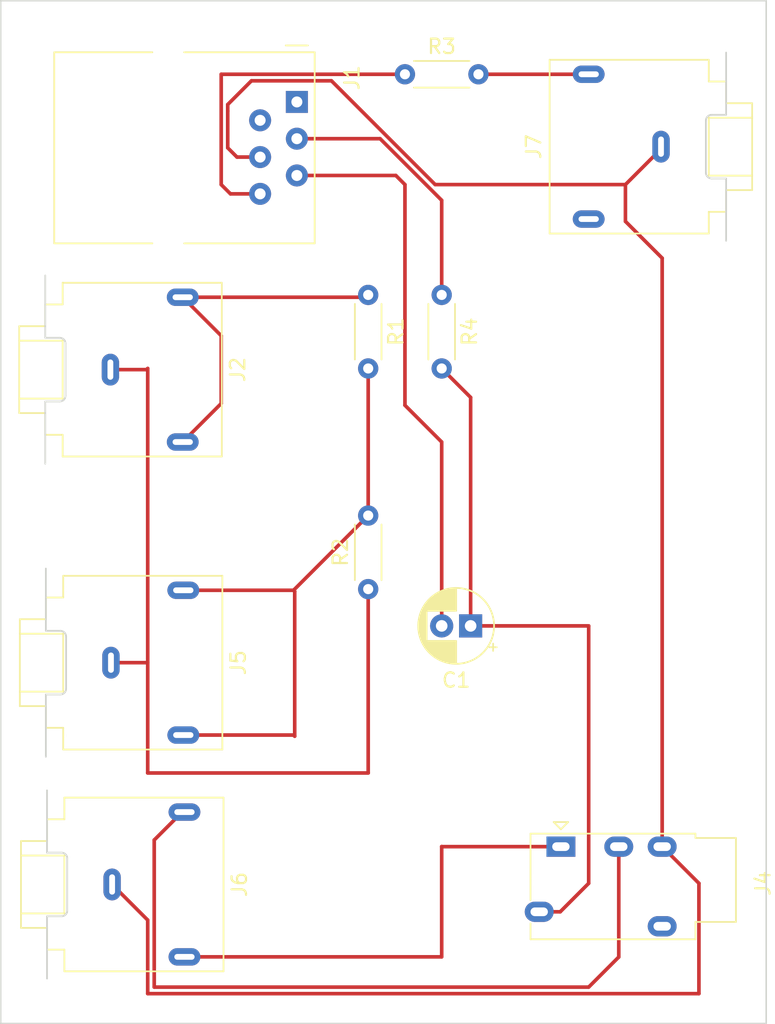
<source format=kicad_pcb>
(kicad_pcb (version 20221018) (generator pcbnew)
  (layers (0 "F.Cu" signal) (31 "B.Cu" signal) (34 "B.Paste" user) (35 "F.Paste" user) (36 "B.SilkS" user "B.Silkscreen") (37 "F.SilkS" user "F.Silkscreen") (38 "B.Mask" user) (39 "F.Mask" user) (44 "Edge.Cuts" user))
  (net 0 "")
  (net 1 "Net-(C1-Pad1)")
  (net 2 "Net-(C1-Pad2)")
  (net 5 "Net-(J1-Pad3)")
  (net 6 "Net-(J1-Pad4)")
  (net 7 "Net-(J1-Pad6)")
  (net 8 "Net-(J2-PadR)")
  (net 9 "Net-(J2-PadS)")
  (net 10 "Net-(J4-PadR1)")
  (net 11 "Net-(J4-PadT)")
  (net 12 "Net-(J5-PadR)")
  (net 14 "Net-(J7-PadT)")
  (footprint "Connector_Audio:Jack_3.5mm_PJ320E_Horizontal" (layer "F.Cu") (at 74.28 99.0675 -90)
    (fp_text reference "J4" (at 2.54 -13.97 90) (layer "F.SilkS"))
    (fp_text value "Headset")
    (fp_line (start -1.7 -0.5) (end -1.7 0.5) (stroke (width 0.12)) (layer "F.SilkS"))
    (fp_line (start -1.7 0.5) (end -1.2 0) (stroke (width 0.12)) (layer "F.SilkS"))
    (fp_line (start -1.2 0) (end -1.7 -0.5) (stroke (width 0.12)) (layer "F.SilkS"))
    (fp_line (start -0.9 -9.3) (end -0.9 2.1) (stroke (width 0.12)) (layer "F.SilkS"))
    (fp_line (start -0.9 -9.3) (end -0.6 -9.3) (stroke (width 0.12)) (layer "F.SilkS"))
    (fp_line (start -0.9 2.1) (end 3.7 2.1) (stroke (width 0.12)) (layer "F.SilkS"))
    (fp_line (start -0.6 -9.3) (end -0.6 -12.1) (stroke (width 0.12)) (layer "F.SilkS"))
    (fp_line (start 5.2 -12.1) (end -0.6 -12.1) (stroke (width 0.12)) (layer "F.SilkS"))
    (fp_line (start 5.2 -9.3) (end 5.2 -12.1) (stroke (width 0.12)) (layer "F.SilkS"))
    (fp_line (start 5.2 -9.3) (end 6.4 -9.3) (stroke (width 0.12)) (layer "F.SilkS"))
    (fp_line (start 6.4 -9.3) (end 6.4 2.1) (stroke (width 0.12)) (layer "F.SilkS"))
    (fp_line (start 6.4 2.1) (end 5.3 2.1) (stroke (width 0.12)) (layer "F.SilkS"))
    (pad "" np_thru_hole circle (at 2.3 -5.7 180) (size 1.2 1.2) (drill 1.2) (layers "*.Cu" "*.Mask"))
    (pad "" np_thru_hole circle (at 2.3 1.3 180) (size 1.2 1.2) (drill 1.2) (layers "*.Cu" "*.Mask"))
    (pad "" thru_hole oval (at 5.5 -7 180) (size 2 1.4) (drill oval 1.2 0.6) (layers "*.Cu" "*.Mask"))
    (pad "R1" thru_hole oval (at 0 -4 180) (size 2 1.4) (drill oval 1.2 0.6) (layers "*.Cu" "*.Mask") (net 10 "Net-(J4-PadR1)"))
    (pad "R2" thru_hole oval (at 0 -7 180) (size 2 1.4) (drill oval 1.2 0.6) (layers "*.Cu" "*.Mask") (net 6 "Net-(J1-Pad4)"))
    (pad "S" thru_hole oval (at 4.5 1.5 180) (size 2 1.4) (drill oval 1.2 0.6) (layers "*.Cu" "*.Mask") (net 1 "Net-(C1-Pad1)"))
    (pad "T" thru_hole rect (at 0 0 180) (size 2 1.4) (drill oval 1.2 0.6) (layers "*.Cu" "*.Mask") (net 11 "Net-(J4-PadT)"))
  )
  (footprint "Connector_Audio:Jack_3.5mm_CUI_SJ1-3523N_Horizontal" (layer "F.Cu") (at 43.18 86.36 -90)
    (fp_text reference "J5" (at 0 -8.8 90) (layer "F.SilkS"))
    (fp_text value "To Headphone Amp")
    (fp_line (start -6 -7.7) (end 6 -7.7) (stroke (width 0.12)) (layer "F.SilkS"))
    (fp_line (start -6 3.3) (end -6 -7.7) (stroke (width 0.12)) (layer "F.SilkS"))
    (fp_line (start -4.5 3.3) (end -6 3.3) (stroke (width 0.12)) (layer "F.SilkS"))
    (fp_line (start -4.5 4.5) (end -4.5 3.3) (stroke (width 0.12)) (layer "F.SilkS"))
    (fp_line (start -3 4.5) (end -4.5 4.5) (stroke (width 0.12)) (layer "F.SilkS"))
    (fp_line (start -3 6.3) (end -3 4.5) (stroke (width 0.12)) (layer "F.SilkS"))
    (fp_line (start -2 3.3) (end -2 6.3) (stroke (width 0.12)) (layer "F.SilkS"))
    (fp_line (start 2 3.3) (end -2 3.3) (stroke (width 0.12)) (layer "F.SilkS"))
    (fp_line (start 2 6.3) (end 2 3.3) (stroke (width 0.12)) (layer "F.SilkS"))
    (fp_line (start 3 4.5) (end 3 6.3) (stroke (width 0.12)) (layer "F.SilkS"))
    (fp_line (start 3 6.3) (end -3 6.3) (stroke (width 0.12)) (layer "F.SilkS"))
    (fp_line (start 4.5 3.3) (end 4.5 4.5) (stroke (width 0.12)) (layer "F.SilkS"))
    (fp_line (start 4.5 4.5) (end 3 4.5) (stroke (width 0.12)) (layer "F.SilkS"))
    (fp_line (start 6 -7.7) (end 6 3.3) (stroke (width 0.12)) (layer "F.SilkS"))
    (fp_line (start 6 3.3) (end 4.5 3.3) (stroke (width 0.12)) (layer "F.SilkS"))
    (fp_line (start -2.2 3.5) (end -2.2 4.5) (stroke (width 0.12)) (layer "Edge.Cuts"))
    (fp_line (start -2.2 4.5) (end -6.5 4.5) (stroke (width 0.12)) (layer "Edge.Cuts"))
    (fp_line (start 1.8 3.1) (end -1.8 3.1) (stroke (width 0.12)) (layer "Edge.Cuts"))
    (fp_line (start 2.2 3.5) (end 2.2 4.5) (stroke (width 0.12)) (layer "Edge.Cuts"))
    (fp_line (start 2.2 4.5) (end 6.5 4.5) (stroke (width 0.12)) (layer "Edge.Cuts"))
    (fp_arc (start -2.2 3.5) (mid -2.082842 3.217158) (end -1.8 3.1) (stroke (width 0.12)) (layer "Edge.Cuts"))
    (fp_arc (start 1.8 3.1) (mid 2.082843 3.217157) (end 2.2 3.5) (stroke (width 0.12)) (layer "Edge.Cuts"))
    (pad "" np_thru_hole circle (at -5 0 270) (size 1.2 1.2) (drill 1.2) (layers "*.Cu"))
    (pad "" np_thru_hole circle (at -5 2.5 270) (size 1.2 1.2) (drill 1.2) (layers "*.Cu"))
    (pad "" np_thru_hole circle (at 0 -5 270) (size 1.2 1.2) (drill 1.2) (layers "*.Cu"))
    (pad "" np_thru_hole circle (at 5 0 270) (size 1.2 1.2) (drill 1.2) (layers "*.Cu"))
    (pad "" np_thru_hole circle (at 5 2.5 270) (size 1.2 1.2) (drill 1.2) (layers "*.Cu"))
    (pad "R" thru_hole oval (at -5 -5 270) (size 1.2 2.2) (drill oval 0.4 1.4) (layers "*.Cu" "*.Mask") (net 12 "Net-(J5-PadR)"))
    (pad "S" thru_hole oval (at 0 0 270) (size 2.2 1.2) (drill oval 1.4 0.4) (layers "*.Cu" "*.Mask") (net 9 "Net-(J2-PadS)"))
    (pad "T" thru_hole oval (at 5 -5 90) (size 1.2 2.2) (drill oval 0.4 1.4) (layers "*.Cu" "*.Mask") (net 12 "Net-(J5-PadR)"))
  )
  (footprint "Capacitor_THT:CP_Radial_D5.0mm_P2.00mm" (layer "F.Cu") (at 68.04 83.82 180)
    (fp_text reference "C1" (at 1 -3.75) (layer "F.SilkS"))
    (fp_text value "10uf")
    (fp_line (start -1.804775 -1.475) (end -1.304775 -1.475) (stroke (width 0.12)) (layer "F.SilkS"))
    (fp_line (start -1.554775 -1.725) (end -1.554775 -1.225) (stroke (width 0.12)) (layer "F.SilkS"))
    (fp_line (start 1 -2.58) (end 1 -1.04) (stroke (width 0.12)) (layer "F.SilkS"))
    (fp_line (start 1 1.04) (end 1 2.58) (stroke (width 0.12)) (layer "F.SilkS"))
    (fp_line (start 1.04 -2.58) (end 1.04 -1.04) (stroke (width 0.12)) (layer "F.SilkS"))
    (fp_line (start 1.04 1.04) (end 1.04 2.58) (stroke (width 0.12)) (layer "F.SilkS"))
    (fp_line (start 1.08 -2.579) (end 1.08 -1.04) (stroke (width 0.12)) (layer "F.SilkS"))
    (fp_line (start 1.08 1.04) (end 1.08 2.579) (stroke (width 0.12)) (layer "F.SilkS"))
    (fp_line (start 1.12 -2.578) (end 1.12 -1.04) (stroke (width 0.12)) (layer "F.SilkS"))
    (fp_line (start 1.12 1.04) (end 1.12 2.578) (stroke (width 0.12)) (layer "F.SilkS"))
    (fp_line (start 1.16 -2.576) (end 1.16 -1.04) (stroke (width 0.12)) (layer "F.SilkS"))
    (fp_line (start 1.16 1.04) (end 1.16 2.576) (stroke (width 0.12)) (layer "F.SilkS"))
    (fp_line (start 1.2 -2.573) (end 1.2 -1.04) (stroke (width 0.12)) (layer "F.SilkS"))
    (fp_line (start 1.2 1.04) (end 1.2 2.573) (stroke (width 0.12)) (layer "F.SilkS"))
    (fp_line (start 1.24 -2.569) (end 1.24 -1.04) (stroke (width 0.12)) (layer "F.SilkS"))
    (fp_line (start 1.24 1.04) (end 1.24 2.569) (stroke (width 0.12)) (layer "F.SilkS"))
    (fp_line (start 1.28 -2.565) (end 1.28 -1.04) (stroke (width 0.12)) (layer "F.SilkS"))
    (fp_line (start 1.28 1.04) (end 1.28 2.565) (stroke (width 0.12)) (layer "F.SilkS"))
    (fp_line (start 1.32 -2.561) (end 1.32 -1.04) (stroke (width 0.12)) (layer "F.SilkS"))
    (fp_line (start 1.32 1.04) (end 1.32 2.561) (stroke (width 0.12)) (layer "F.SilkS"))
    (fp_line (start 1.36 -2.556) (end 1.36 -1.04) (stroke (width 0.12)) (layer "F.SilkS"))
    (fp_line (start 1.36 1.04) (end 1.36 2.556) (stroke (width 0.12)) (layer "F.SilkS"))
    (fp_line (start 1.4 -2.55) (end 1.4 -1.04) (stroke (width 0.12)) (layer "F.SilkS"))
    (fp_line (start 1.4 1.04) (end 1.4 2.55) (stroke (width 0.12)) (layer "F.SilkS"))
    (fp_line (start 1.44 -2.543) (end 1.44 -1.04) (stroke (width 0.12)) (layer "F.SilkS"))
    (fp_line (start 1.44 1.04) (end 1.44 2.543) (stroke (width 0.12)) (layer "F.SilkS"))
    (fp_line (start 1.48 -2.536) (end 1.48 -1.04) (stroke (width 0.12)) (layer "F.SilkS"))
    (fp_line (start 1.48 1.04) (end 1.48 2.536) (stroke (width 0.12)) (layer "F.SilkS"))
    (fp_line (start 1.52 -2.528) (end 1.52 -1.04) (stroke (width 0.12)) (layer "F.SilkS"))
    (fp_line (start 1.52 1.04) (end 1.52 2.528) (stroke (width 0.12)) (layer "F.SilkS"))
    (fp_line (start 1.56 -2.52) (end 1.56 -1.04) (stroke (width 0.12)) (layer "F.SilkS"))
    (fp_line (start 1.56 1.04) (end 1.56 2.52) (stroke (width 0.12)) (layer "F.SilkS"))
    (fp_line (start 1.6 -2.511) (end 1.6 -1.04) (stroke (width 0.12)) (layer "F.SilkS"))
    (fp_line (start 1.6 1.04) (end 1.6 2.511) (stroke (width 0.12)) (layer "F.SilkS"))
    (fp_line (start 1.64 -2.501) (end 1.64 -1.04) (stroke (width 0.12)) (layer "F.SilkS"))
    (fp_line (start 1.64 1.04) (end 1.64 2.501) (stroke (width 0.12)) (layer "F.SilkS"))
    (fp_line (start 1.68 -2.491) (end 1.68 -1.04) (stroke (width 0.12)) (layer "F.SilkS"))
    (fp_line (start 1.68 1.04) (end 1.68 2.491) (stroke (width 0.12)) (layer "F.SilkS"))
    (fp_line (start 1.721 -2.48) (end 1.721 -1.04) (stroke (width 0.12)) (layer "F.SilkS"))
    (fp_line (start 1.721 1.04) (end 1.721 2.48) (stroke (width 0.12)) (layer "F.SilkS"))
    (fp_line (start 1.761 -2.468) (end 1.761 -1.04) (stroke (width 0.12)) (layer "F.SilkS"))
    (fp_line (start 1.761 1.04) (end 1.761 2.468) (stroke (width 0.12)) (layer "F.SilkS"))
    (fp_line (start 1.801 -2.455) (end 1.801 -1.04) (stroke (width 0.12)) (layer "F.SilkS"))
    (fp_line (start 1.801 1.04) (end 1.801 2.455) (stroke (width 0.12)) (layer "F.SilkS"))
    (fp_line (start 1.841 -2.442) (end 1.841 -1.04) (stroke (width 0.12)) (layer "F.SilkS"))
    (fp_line (start 1.841 1.04) (end 1.841 2.442) (stroke (width 0.12)) (layer "F.SilkS"))
    (fp_line (start 1.881 -2.428) (end 1.881 -1.04) (stroke (width 0.12)) (layer "F.SilkS"))
    (fp_line (start 1.881 1.04) (end 1.881 2.428) (stroke (width 0.12)) (layer "F.SilkS"))
    (fp_line (start 1.921 -2.414) (end 1.921 -1.04) (stroke (width 0.12)) (layer "F.SilkS"))
    (fp_line (start 1.921 1.04) (end 1.921 2.414) (stroke (width 0.12)) (layer "F.SilkS"))
    (fp_line (start 1.961 -2.398) (end 1.961 -1.04) (stroke (width 0.12)) (layer "F.SilkS"))
    (fp_line (start 1.961 1.04) (end 1.961 2.398) (stroke (width 0.12)) (layer "F.SilkS"))
    (fp_line (start 2.001 -2.382) (end 2.001 -1.04) (stroke (width 0.12)) (layer "F.SilkS"))
    (fp_line (start 2.001 1.04) (end 2.001 2.382) (stroke (width 0.12)) (layer "F.SilkS"))
    (fp_line (start 2.041 -2.365) (end 2.041 -1.04) (stroke (width 0.12)) (layer "F.SilkS"))
    (fp_line (start 2.041 1.04) (end 2.041 2.365) (stroke (width 0.12)) (layer "F.SilkS"))
    (fp_line (start 2.081 -2.348) (end 2.081 -1.04) (stroke (width 0.12)) (layer "F.SilkS"))
    (fp_line (start 2.081 1.04) (end 2.081 2.348) (stroke (width 0.12)) (layer "F.SilkS"))
    (fp_line (start 2.121 -2.329) (end 2.121 -1.04) (stroke (width 0.12)) (layer "F.SilkS"))
    (fp_line (start 2.121 1.04) (end 2.121 2.329) (stroke (width 0.12)) (layer "F.SilkS"))
    (fp_line (start 2.161 -2.31) (end 2.161 -1.04) (stroke (width 0.12)) (layer "F.SilkS"))
    (fp_line (start 2.161 1.04) (end 2.161 2.31) (stroke (width 0.12)) (layer "F.SilkS"))
    (fp_line (start 2.201 -2.29) (end 2.201 -1.04) (stroke (width 0.12)) (layer "F.SilkS"))
    (fp_line (start 2.201 1.04) (end 2.201 2.29) (stroke (width 0.12)) (layer "F.SilkS"))
    (fp_line (start 2.241 -2.268) (end 2.241 -1.04) (stroke (width 0.12)) (layer "F.SilkS"))
    (fp_line (start 2.241 1.04) (end 2.241 2.268) (stroke (width 0.12)) (layer "F.SilkS"))
    (fp_line (start 2.281 -2.247) (end 2.281 -1.04) (stroke (width 0.12)) (layer "F.SilkS"))
    (fp_line (start 2.281 1.04) (end 2.281 2.247) (stroke (width 0.12)) (layer "F.SilkS"))
    (fp_line (start 2.321 -2.224) (end 2.321 -1.04) (stroke (width 0.12)) (layer "F.SilkS"))
    (fp_line (start 2.321 1.04) (end 2.321 2.224) (stroke (width 0.12)) (layer "F.SilkS"))
    (fp_line (start 2.361 -2.2) (end 2.361 -1.04) (stroke (width 0.12)) (layer "F.SilkS"))
    (fp_line (start 2.361 1.04) (end 2.361 2.2) (stroke (width 0.12)) (layer "F.SilkS"))
    (fp_line (start 2.401 -2.175) (end 2.401 -1.04) (stroke (width 0.12)) (layer "F.SilkS"))
    (fp_line (start 2.401 1.04) (end 2.401 2.175) (stroke (width 0.12)) (layer "F.SilkS"))
    (fp_line (start 2.441 -2.149) (end 2.441 -1.04) (stroke (width 0.12)) (layer "F.SilkS"))
    (fp_line (start 2.441 1.04) (end 2.441 2.149) (stroke (width 0.12)) (layer "F.SilkS"))
    (fp_line (start 2.481 -2.122) (end 2.481 -1.04) (stroke (width 0.12)) (layer "F.SilkS"))
    (fp_line (start 2.481 1.04) (end 2.481 2.122) (stroke (width 0.12)) (layer "F.SilkS"))
    (fp_line (start 2.521 -2.095) (end 2.521 -1.04) (stroke (width 0.12)) (layer "F.SilkS"))
    (fp_line (start 2.521 1.04) (end 2.521 2.095) (stroke (width 0.12)) (layer "F.SilkS"))
    (fp_line (start 2.561 -2.065) (end 2.561 -1.04) (stroke (width 0.12)) (layer "F.SilkS"))
    (fp_line (start 2.561 1.04) (end 2.561 2.065) (stroke (width 0.12)) (layer "F.SilkS"))
    (fp_line (start 2.601 -2.035) (end 2.601 -1.04) (stroke (width 0.12)) (layer "F.SilkS"))
    (fp_line (start 2.601 1.04) (end 2.601 2.035) (stroke (width 0.12)) (layer "F.SilkS"))
    (fp_line (start 2.641 -2.004) (end 2.641 -1.04) (stroke (width 0.12)) (layer "F.SilkS"))
    (fp_line (start 2.641 1.04) (end 2.641 2.004) (stroke (width 0.12)) (layer "F.SilkS"))
    (fp_line (start 2.681 -1.971) (end 2.681 -1.04) (stroke (width 0.12)) (layer "F.SilkS"))
    (fp_line (start 2.681 1.04) (end 2.681 1.971) (stroke (width 0.12)) (layer "F.SilkS"))
    (fp_line (start 2.721 -1.937) (end 2.721 -1.04) (stroke (width 0.12)) (layer "F.SilkS"))
    (fp_line (start 2.721 1.04) (end 2.721 1.937) (stroke (width 0.12)) (layer "F.SilkS"))
    (fp_line (start 2.761 -1.901) (end 2.761 -1.04) (stroke (width 0.12)) (layer "F.SilkS"))
    (fp_line (start 2.761 1.04) (end 2.761 1.901) (stroke (width 0.12)) (layer "F.SilkS"))
    (fp_line (start 2.801 -1.864) (end 2.801 -1.04) (stroke (width 0.12)) (layer "F.SilkS"))
    (fp_line (start 2.801 1.04) (end 2.801 1.864) (stroke (width 0.12)) (layer "F.SilkS"))
    (fp_line (start 2.841 -1.826) (end 2.841 -1.04) (stroke (width 0.12)) (layer "F.SilkS"))
    (fp_line (start 2.841 1.04) (end 2.841 1.826) (stroke (width 0.12)) (layer "F.SilkS"))
    (fp_line (start 2.881 -1.785) (end 2.881 -1.04) (stroke (width 0.12)) (layer "F.SilkS"))
    (fp_line (start 2.881 1.04) (end 2.881 1.785) (stroke (width 0.12)) (layer "F.SilkS"))
    (fp_line (start 2.921 -1.743) (end 2.921 -1.04) (stroke (width 0.12)) (layer "F.SilkS"))
    (fp_line (start 2.921 1.04) (end 2.921 1.743) (stroke (width 0.12)) (layer "F.SilkS"))
    (fp_line (start 2.961 -1.699) (end 2.961 -1.04) (stroke (width 0.12)) (layer "F.SilkS"))
    (fp_line (start 2.961 1.04) (end 2.961 1.699) (stroke (width 0.12)) (layer "F.SilkS"))
    (fp_line (start 3.001 -1.653) (end 3.001 -1.04) (stroke (width 0.12)) (layer "F.SilkS"))
    (fp_line (start 3.001 1.04) (end 3.001 1.653) (stroke (width 0.12)) (layer "F.SilkS"))
    (fp_line (start 3.041 -1.605) (end 3.041 1.605) (stroke (width 0.12)) (layer "F.SilkS"))
    (fp_line (start 3.081 -1.554) (end 3.081 1.554) (stroke (width 0.12)) (layer "F.SilkS"))
    (fp_line (start 3.121 -1.5) (end 3.121 1.5) (stroke (width 0.12)) (layer "F.SilkS"))
    (fp_line (start 3.161 -1.443) (end 3.161 1.443) (stroke (width 0.12)) (layer "F.SilkS"))
    (fp_line (start 3.201 -1.383) (end 3.201 1.383) (stroke (width 0.12)) (layer "F.SilkS"))
    (fp_line (start 3.241 -1.319) (end 3.241 1.319) (stroke (width 0.12)) (layer "F.SilkS"))
    (fp_line (start 3.281 -1.251) (end 3.281 1.251) (stroke (width 0.12)) (layer "F.SilkS"))
    (fp_line (start 3.321 -1.178) (end 3.321 1.178) (stroke (width 0.12)) (layer "F.SilkS"))
    (fp_line (start 3.361 -1.098) (end 3.361 1.098) (stroke (width 0.12)) (layer "F.SilkS"))
    (fp_line (start 3.401 -1.011) (end 3.401 1.011) (stroke (width 0.12)) (layer "F.SilkS"))
    (fp_line (start 3.441 -0.915) (end 3.441 0.915) (stroke (width 0.12)) (layer "F.SilkS"))
    (fp_line (start 3.481 -0.805) (end 3.481 0.805) (stroke (width 0.12)) (layer "F.SilkS"))
    (fp_line (start 3.521 -0.677) (end 3.521 0.677) (stroke (width 0.12)) (layer "F.SilkS"))
    (fp_line (start 3.561 -0.518) (end 3.561 0.518) (stroke (width 0.12)) (layer "F.SilkS"))
    (fp_line (start 3.601 -0.284) (end 3.601 0.284) (stroke (width 0.12)) (layer "F.SilkS"))
    (fp_circle (center 1 0) (end 3.62 0) (stroke (width 0.12)) (fill none) (layer "F.SilkS"))
    (pad "1" thru_hole rect (at 0 0 180) (size 1.6 1.6) (drill 0.8) (layers "*.Cu" "*.Mask") (net 1 "Net-(C1-Pad1)"))
    (pad "2" thru_hole circle (at 2 0 180) (size 1.6 1.6) (drill 0.8) (layers "*.Cu" "*.Mask") (net 2 "Net-(C1-Pad2)"))
  )
  (footprint "Connector_Audio:Jack_3.5mm_CUI_SJ1-3523N_Horizontal" (layer "F.Cu") (at 43.26 101.68 -90)
    (fp_text reference "J6" (at 0 -8.8 90) (layer "F.SilkS"))
    (fp_text value "From Headphone Amp")
    (fp_line (start -6 -7.7) (end 6 -7.7) (stroke (width 0.12)) (layer "F.SilkS"))
    (fp_line (start -6 3.3) (end -6 -7.7) (stroke (width 0.12)) (layer "F.SilkS"))
    (fp_line (start -4.5 3.3) (end -6 3.3) (stroke (width 0.12)) (layer "F.SilkS"))
    (fp_line (start -4.5 4.5) (end -4.5 3.3) (stroke (width 0.12)) (layer "F.SilkS"))
    (fp_line (start -3 4.5) (end -4.5 4.5) (stroke (width 0.12)) (layer "F.SilkS"))
    (fp_line (start -3 6.3) (end -3 4.5) (stroke (width 0.12)) (layer "F.SilkS"))
    (fp_line (start -2 3.3) (end -2 6.3) (stroke (width 0.12)) (layer "F.SilkS"))
    (fp_line (start 2 3.3) (end -2 3.3) (stroke (width 0.12)) (layer "F.SilkS"))
    (fp_line (start 2 6.3) (end 2 3.3) (stroke (width 0.12)) (layer "F.SilkS"))
    (fp_line (start 3 4.5) (end 3 6.3) (stroke (width 0.12)) (layer "F.SilkS"))
    (fp_line (start 3 6.3) (end -3 6.3) (stroke (width 0.12)) (layer "F.SilkS"))
    (fp_line (start 4.5 3.3) (end 4.5 4.5) (stroke (width 0.12)) (layer "F.SilkS"))
    (fp_line (start 4.5 4.5) (end 3 4.5) (stroke (width 0.12)) (layer "F.SilkS"))
    (fp_line (start 6 -7.7) (end 6 3.3) (stroke (width 0.12)) (layer "F.SilkS"))
    (fp_line (start 6 3.3) (end 4.5 3.3) (stroke (width 0.12)) (layer "F.SilkS"))
    (fp_line (start -2.2 3.5) (end -2.2 4.5) (stroke (width 0.12)) (layer "Edge.Cuts"))
    (fp_line (start -2.2 4.5) (end -6.5 4.5) (stroke (width 0.12)) (layer "Edge.Cuts"))
    (fp_line (start 1.8 3.1) (end -1.8 3.1) (stroke (width 0.12)) (layer "Edge.Cuts"))
    (fp_line (start 2.2 3.5) (end 2.2 4.5) (stroke (width 0.12)) (layer "Edge.Cuts"))
    (fp_line (start 2.2 4.5) (end 6.5 4.5) (stroke (width 0.12)) (layer "Edge.Cuts"))
    (fp_arc (start -2.2 3.5) (mid -2.082842 3.217158) (end -1.8 3.1) (stroke (width 0.12)) (layer "Edge.Cuts"))
    (fp_arc (start 1.8 3.1) (mid 2.082843 3.217157) (end 2.2 3.5) (stroke (width 0.12)) (layer "Edge.Cuts"))
    (pad "" np_thru_hole circle (at -5 0 270) (size 1.2 1.2) (drill 1.2) (layers "*.Cu"))
    (pad "" np_thru_hole circle (at -5 2.5 270) (size 1.2 1.2) (drill 1.2) (layers "*.Cu"))
    (pad "" np_thru_hole circle (at 0 -5 270) (size 1.2 1.2) (drill 1.2) (layers "*.Cu"))
    (pad "" np_thru_hole circle (at 5 0 270) (size 1.2 1.2) (drill 1.2) (layers "*.Cu"))
    (pad "" np_thru_hole circle (at 5 2.5 270) (size 1.2 1.2) (drill 1.2) (layers "*.Cu"))
    (pad "R" thru_hole oval (at -5 -5 270) (size 1.2 2.2) (drill oval 0.4 1.4) (layers "*.Cu" "*.Mask") (net 10 "Net-(J4-PadR1)"))
    (pad "S" thru_hole oval (at 0 0 270) (size 2.2 1.2) (drill oval 1.4 0.4) (layers "*.Cu" "*.Mask") (net 6 "Net-(J1-Pad4)"))
    (pad "T" thru_hole oval (at 5 -5 90) (size 1.2 2.2) (drill oval 0.4 1.4) (layers "*.Cu" "*.Mask") (net 11 "Net-(J4-PadT)"))
  )
  (footprint "Connector_RJ:RJ12_Amphenol_54601" (layer "F.Cu") (at 56.03 47.63 -90)
    (fp_text reference "J1" (at -1.67 -3.81 90) (layer "F.SilkS"))
    (fp_text value "Radio Mic")
    (fp_line (start -3.9 0.77) (end -3.9 -0.76) (stroke (width 0.12)) (layer "F.SilkS"))
    (fp_line (start -3.43 -1.23) (end 9.77 -1.23) (stroke (width 0.12)) (layer "F.SilkS"))
    (fp_line (start -3.43 7.72) (end -3.43 7.79) (stroke (width 0.1)) (layer "F.SilkS"))
    (fp_line (start -3.43 7.79) (end -3.43 -1.23) (stroke (width 0.12)) (layer "F.SilkS"))
    (fp_line (start -3.43 16.77) (end -3.43 9.99) (stroke (width 0.12)) (layer "F.SilkS"))
    (fp_line (start 9.77 -1.23) (end 9.77 7.79) (stroke (width 0.12)) (layer "F.SilkS"))
    (fp_line (start 9.77 16.65) (end 9.77 16.77) (stroke (width 0.1)) (layer "F.SilkS"))
    (fp_line (start 9.77 16.76) (end 9.77 16.77) (stroke (width 0.1)) (layer "F.SilkS"))
    (fp_line (start 9.77 16.77) (end -3.43 16.77) (stroke (width 0.12)) (layer "F.SilkS"))
    (fp_line (start 9.77 16.77) (end 9.77 9.99) (stroke (width 0.12)) (layer "F.SilkS"))
    (pad "" np_thru_hole circle (at -1.91 8.89 270) (size 3.25 3.25) (drill 3.25) (layers "*.Cu" "*.Mask"))
    (pad "" np_thru_hole circle (at 8.25 8.89 270) (size 3.25 3.25) (drill 3.25) (layers "*.Cu" "*.Mask"))
    (pad "1" thru_hole rect (at 0 0 270) (size 1.52 1.52) (drill 0.76) (layers "*.Cu" "*.Mask"))
    (pad "2" thru_hole circle (at 1.27 2.54 270) (size 1.52 1.52) (drill 0.76) (layers "*.Cu" "*.Mask"))
    (pad "3" thru_hole circle (at 2.54 0 270) (size 1.52 1.52) (drill 0.76) (layers "*.Cu" "*.Mask") (net 5 "Net-(J1-Pad3)"))
    (pad "4" thru_hole circle (at 3.81 2.54 270) (size 1.52 1.52) (drill 0.76) (layers "*.Cu" "*.Mask") (net 6 "Net-(J1-Pad4)"))
    (pad "5" thru_hole circle (at 5.08 0 270) (size 1.52 1.52) (drill 0.76) (layers "*.Cu" "*.Mask") (net 2 "Net-(C1-Pad2)"))
    (pad "6" thru_hole circle (at 6.35 2.54 270) (size 1.52 1.52) (drill 0.76) (layers "*.Cu" "*.Mask") (net 7 "Net-(J1-Pad6)"))
  )
  (footprint "Resistor_THT:R_Axial_DIN0204_L3.6mm_D1.6mm_P5.08mm_Horizontal" (layer "F.Cu") (at 60.96 81.28 90)
    (fp_text reference "R2" (at 2.54 -1.92 90) (layer "F.SilkS"))
    (fp_text value "2R2 5W")
    (fp_line (start 0.62 -0.92) (end 4.46 -0.92) (stroke (width 0.12)) (layer "F.SilkS"))
    (fp_line (start 0.62 0.92) (end 4.46 0.92) (stroke (width 0.12)) (layer "F.SilkS"))
    (pad "1" thru_hole circle (at 0 0 90) (size 1.4 1.4) (drill 0.7) (layers "*.Cu" "*.Mask") (net 9 "Net-(J2-PadS)"))
    (pad "2" thru_hole oval (at 5.08 0 90) (size 1.4 1.4) (drill 0.7) (layers "*.Cu" "*.Mask") (net 12 "Net-(J5-PadR)"))
  )
  (footprint "Connector_Audio:Jack_3.5mm_CUI_SJ1-3523N_Horizontal" (layer "F.Cu") (at 43.14 66.12 -90)
    (fp_text reference "J2" (at 0 -8.8 90) (layer "F.SilkS"))
    (fp_text value "Radio Audio")
    (fp_line (start -6 -7.7) (end 6 -7.7) (stroke (width 0.12)) (layer "F.SilkS"))
    (fp_line (start -6 3.3) (end -6 -7.7) (stroke (width 0.12)) (layer "F.SilkS"))
    (fp_line (start -4.5 3.3) (end -6 3.3) (stroke (width 0.12)) (layer "F.SilkS"))
    (fp_line (start -4.5 4.5) (end -4.5 3.3) (stroke (width 0.12)) (layer "F.SilkS"))
    (fp_line (start -3 4.5) (end -4.5 4.5) (stroke (width 0.12)) (layer "F.SilkS"))
    (fp_line (start -3 6.3) (end -3 4.5) (stroke (width 0.12)) (layer "F.SilkS"))
    (fp_line (start -2 3.3) (end -2 6.3) (stroke (width 0.12)) (layer "F.SilkS"))
    (fp_line (start 2 3.3) (end -2 3.3) (stroke (width 0.12)) (layer "F.SilkS"))
    (fp_line (start 2 6.3) (end 2 3.3) (stroke (width 0.12)) (layer "F.SilkS"))
    (fp_line (start 3 4.5) (end 3 6.3) (stroke (width 0.12)) (layer "F.SilkS"))
    (fp_line (start 3 6.3) (end -3 6.3) (stroke (width 0.12)) (layer "F.SilkS"))
    (fp_line (start 4.5 3.3) (end 4.5 4.5) (stroke (width 0.12)) (layer "F.SilkS"))
    (fp_line (start 4.5 4.5) (end 3 4.5) (stroke (width 0.12)) (layer "F.SilkS"))
    (fp_line (start 6 -7.7) (end 6 3.3) (stroke (width 0.12)) (layer "F.SilkS"))
    (fp_line (start 6 3.3) (end 4.5 3.3) (stroke (width 0.12)) (layer "F.SilkS"))
    (fp_line (start -2.2 3.5) (end -2.2 4.5) (stroke (width 0.12)) (layer "Edge.Cuts"))
    (fp_line (start -2.2 4.5) (end -6.5 4.5) (stroke (width 0.12)) (layer "Edge.Cuts"))
    (fp_line (start 1.8 3.1) (end -1.8 3.1) (stroke (width 0.12)) (layer "Edge.Cuts"))
    (fp_line (start 2.2 3.5) (end 2.2 4.5) (stroke (width 0.12)) (layer "Edge.Cuts"))
    (fp_line (start 2.2 4.5) (end 6.5 4.5) (stroke (width 0.12)) (layer "Edge.Cuts"))
    (fp_arc (start -2.2 3.5) (mid -2.082842 3.217158) (end -1.8 3.1) (stroke (width 0.12)) (layer "Edge.Cuts"))
    (fp_arc (start 1.8 3.1) (mid 2.082843 3.217157) (end 2.2 3.5) (stroke (width 0.12)) (layer "Edge.Cuts"))
    (pad "" np_thru_hole circle (at -5 0 270) (size 1.2 1.2) (drill 1.2) (layers "*.Cu"))
    (pad "" np_thru_hole circle (at -5 2.5 270) (size 1.2 1.2) (drill 1.2) (layers "*.Cu"))
    (pad "" np_thru_hole circle (at 0 -5 270) (size 1.2 1.2) (drill 1.2) (layers "*.Cu"))
    (pad "" np_thru_hole circle (at 5 0 270) (size 1.2 1.2) (drill 1.2) (layers "*.Cu"))
    (pad "" np_thru_hole circle (at 5 2.5 270) (size 1.2 1.2) (drill 1.2) (layers "*.Cu"))
    (pad "R" thru_hole oval (at -5 -5 270) (size 1.2 2.2) (drill oval 0.4 1.4) (layers "*.Cu" "*.Mask") (net 8 "Net-(J2-PadR)"))
    (pad "S" thru_hole oval (at 0 0 270) (size 2.2 1.2) (drill oval 1.4 0.4) (layers "*.Cu" "*.Mask") (net 9 "Net-(J2-PadS)"))
    (pad "T" thru_hole oval (at 5 -5 90) (size 1.2 2.2) (drill oval 0.4 1.4) (layers "*.Cu" "*.Mask") (net 8 "Net-(J2-PadR)"))
  )
  (footprint "Connector_Audio:Jack_3.5mm_CUI_SJ1-3523N_Horizontal" (layer "F.Cu") (at 81.2 50.72 90)
    (fp_text reference "J7" (at 0 -8.8 90) (layer "F.SilkS"))
    (fp_text value "PTT")
    (fp_line (start -6 -7.7) (end 6 -7.7) (stroke (width 0.12)) (layer "F.SilkS"))
    (fp_line (start -6 3.3) (end -6 -7.7) (stroke (width 0.12)) (layer "F.SilkS"))
    (fp_line (start -4.5 3.3) (end -6 3.3) (stroke (width 0.12)) (layer "F.SilkS"))
    (fp_line (start -4.5 4.5) (end -4.5 3.3) (stroke (width 0.12)) (layer "F.SilkS"))
    (fp_line (start -3 4.5) (end -4.5 4.5) (stroke (width 0.12)) (layer "F.SilkS"))
    (fp_line (start -3 6.3) (end -3 4.5) (stroke (width 0.12)) (layer "F.SilkS"))
    (fp_line (start -2 3.3) (end -2 6.3) (stroke (width 0.12)) (layer "F.SilkS"))
    (fp_line (start 2 3.3) (end -2 3.3) (stroke (width 0.12)) (layer "F.SilkS"))
    (fp_line (start 2 6.3) (end 2 3.3) (stroke (width 0.12)) (layer "F.SilkS"))
    (fp_line (start 3 4.5) (end 3 6.3) (stroke (width 0.12)) (layer "F.SilkS"))
    (fp_line (start 3 6.3) (end -3 6.3) (stroke (width 0.12)) (layer "F.SilkS"))
    (fp_line (start 4.5 3.3) (end 4.5 4.5) (stroke (width 0.12)) (layer "F.SilkS"))
    (fp_line (start 4.5 4.5) (end 3 4.5) (stroke (width 0.12)) (layer "F.SilkS"))
    (fp_line (start 6 -7.7) (end 6 3.3) (stroke (width 0.12)) (layer "F.SilkS"))
    (fp_line (start 6 3.3) (end 4.5 3.3) (stroke (width 0.12)) (layer "F.SilkS"))
    (fp_line (start -2.2 3.5) (end -2.2 4.5) (stroke (width 0.12)) (layer "Edge.Cuts"))
    (fp_line (start -2.2 4.5) (end -6.5 4.5) (stroke (width 0.12)) (layer "Edge.Cuts"))
    (fp_line (start 1.8 3.1) (end -1.8 3.1) (stroke (width 0.12)) (layer "Edge.Cuts"))
    (fp_line (start 2.2 3.5) (end 2.2 4.5) (stroke (width 0.12)) (layer "Edge.Cuts"))
    (fp_line (start 2.2 4.5) (end 6.5 4.5) (stroke (width 0.12)) (layer "Edge.Cuts"))
    (fp_arc (start -2.2 3.5) (mid -2.082842 3.217158) (end -1.8 3.1) (stroke (width 0.12)) (layer "Edge.Cuts"))
    (fp_arc (start 1.8 3.1) (mid 2.082843 3.217157) (end 2.2 3.5) (stroke (width 0.12)) (layer "Edge.Cuts"))
    (pad "" np_thru_hole circle (at -5 0 90) (size 1.2 1.2) (drill 1.2) (layers "*.Cu"))
    (pad "" np_thru_hole circle (at -5 2.5 90) (size 1.2 1.2) (drill 1.2) (layers "*.Cu"))
    (pad "" np_thru_hole circle (at 0 -5 90) (size 1.2 1.2) (drill 1.2) (layers "*.Cu"))
    (pad "" np_thru_hole circle (at 5 0 90) (size 1.2 1.2) (drill 1.2) (layers "*.Cu"))
    (pad "" np_thru_hole circle (at 5 2.5 90) (size 1.2 1.2) (drill 1.2) (layers "*.Cu"))
    (pad "R" thru_hole oval (at -5 -5 90) (size 1.2 2.2) (drill oval 0.4 1.4) (layers "*.Cu" "*.Mask"))
    (pad "S" thru_hole oval (at 0 0 90) (size 2.2 1.2) (drill oval 1.4 0.4) (layers "*.Cu" "*.Mask") (net 6 "Net-(J1-Pad4)"))
    (pad "T" thru_hole oval (at 5 -5 270) (size 1.2 2.2) (drill oval 0.4 1.4) (layers "*.Cu" "*.Mask") (net 14 "Net-(J7-PadT)"))
  )
  (footprint "Resistor_THT:R_Axial_DIN0204_L3.6mm_D1.6mm_P5.08mm_Horizontal" (layer "F.Cu") (at 60.96 60.96 -90)
    (fp_text reference "R1" (at 2.54 -1.92 90) (layer "F.SilkS"))
    (fp_text value "8.2R 10W")
    (fp_line (start 0.62 -0.92) (end 4.46 -0.92) (stroke (width 0.12)) (layer "F.SilkS"))
    (fp_line (start 0.62 0.92) (end 4.46 0.92) (stroke (width 0.12)) (layer "F.SilkS"))
    (pad "1" thru_hole circle (at 0 0 270) (size 1.4 1.4) (drill 0.7) (layers "*.Cu" "*.Mask") (net 8 "Net-(J2-PadR)"))
    (pad "2" thru_hole oval (at 5.08 0 270) (size 1.4 1.4) (drill 0.7) (layers "*.Cu" "*.Mask") (net 12 "Net-(J5-PadR)"))
  )
  (footprint "Resistor_THT:R_Axial_DIN0204_L3.6mm_D1.6mm_P5.08mm_Horizontal" (layer "F.Cu") (at 63.5 45.72)
    (fp_text reference "R3" (at 2.54 -1.92) (layer "F.SilkS"))
    (fp_text value "22k")
    (fp_line (start 0.62 -0.92) (end 4.46 -0.92) (stroke (width 0.12)) (layer "F.SilkS"))
    (fp_line (start 0.62 0.92) (end 4.46 0.92) (stroke (width 0.12)) (layer "F.SilkS"))
    (pad "1" thru_hole circle (at 0 0) (size 1.4 1.4) (drill 0.7) (layers "*.Cu" "*.Mask") (net 7 "Net-(J1-Pad6)"))
    (pad "2" thru_hole oval (at 5.08 0) (size 1.4 1.4) (drill 0.7) (layers "*.Cu" "*.Mask") (net 14 "Net-(J7-PadT)"))
  )
  (footprint "Resistor_THT:R_Axial_DIN0204_L3.6mm_D1.6mm_P5.08mm_Horizontal" (layer "F.Cu") (at 66.04 60.96 -90)
    (fp_text reference "R4" (at 2.54 -1.92 90) (layer "F.SilkS"))
    (fp_text value "2k")
    (fp_line (start 0.62 -0.92) (end 4.46 -0.92) (stroke (width 0.12)) (layer "F.SilkS"))
    (fp_line (start 0.62 0.92) (end 4.46 0.92) (stroke (width 0.12)) (layer "F.SilkS"))
    (pad "1" thru_hole circle (at 0 0 270) (size 1.4 1.4) (drill 0.7) (layers "*.Cu" "*.Mask") (net 5 "Net-(J1-Pad3)"))
    (pad "2" thru_hole oval (at 5.08 0 270) (size 1.4 1.4) (drill 0.7) (layers "*.Cu" "*.Mask") (net 1 "Net-(C1-Pad1)"))
  )
  (gr_rect (start 35.56 40.64) (end 88.470234 111.28) (stroke (width 0.1)) (fill none) (layer "Edge.Cuts"))
  (segment (start 68.04 68.04) (end 68.04 83.82) (width 0.25) (layer "F.Cu") (net 1))
  (segment (start 66.04 66.04) (end 68.04 68.04) (width 0.25) (layer "F.Cu") (net 1))
  (segment (start 76.2 101.6) (end 76.2 83.82) (width 0.25) (layer "F.Cu") (net 1))
  (segment (start 76.2 83.82) (end 68.58 83.82) (width 0.25) (layer "F.Cu") (net 1))
  (segment (start 72.78 103.5675) (end 74.2325 103.5675) (width 0.25) (layer "F.Cu") (net 1))
  (segment (start 74.2325 103.5675) (end 76.2 101.6) (width 0.25) (layer "F.Cu") (net 1))
  (segment (start 63.5 68.58) (end 63.5 53.34) (width 0.25) (layer "F.Cu") (net 2))
  (segment (start 62.87 52.71) (end 56.03 52.71) (width 0.25) (layer "F.Cu") (net 2))
  (segment (start 66.04 71.12) (end 63.5 68.58) (width 0.25) (layer "F.Cu") (net 2))
  (segment (start 66.04 83.82) (end 66.04 71.12) (width 0.25) (layer "F.Cu") (net 2))
  (segment (start 63.5 53.34) (end 62.87 52.71) (width 0.25) (layer "F.Cu") (net 2))
  (segment (start 56.03 50.17) (end 61.783604 50.17) (width 0.25) (layer "F.Cu") (net 5))
  (segment (start 61.783604 50.17) (end 66.04 54.426396) (width 0.25) (layer "F.Cu") (net 5))
  (segment (start 66.04 54.426396) (end 66.04 60.96) (width 0.25) (layer "F.Cu") (net 5))
  (segment (start 51.89 51.44) (end 51.25 50.8) (width 0.25) (layer "F.Cu") (net 6))
  (segment (start 58.42 46.17) (end 65.59 53.34) (width 0.25) (layer "F.Cu") (net 6))
  (segment (start 45.72 104.14) (end 45.72 109.22) (width 0.25) (layer "F.Cu") (net 6))
  (segment (start 51.25 50.8) (end 51.25 48.26) (width 0.25) (layer "F.Cu") (net 6))
  (segment (start 78.74 55.88) (end 78.74 53.34) (width 0.25) (layer "F.Cu") (net 6))
  (segment (start 83.82 101.6) (end 81.28 99.06) (width 0.25) (layer "F.Cu") (net 6))
  (segment (start 51.25 48.26) (end 51.25 47.81) (width 0.25) (layer "F.Cu") (net 6))
  (segment (start 51.25 47.81) (end 52.89 46.17) (width 0.25) (layer "F.Cu") (net 6))
  (segment (start 83.82 109.22) (end 83.82 101.6) (width 0.25) (layer "F.Cu") (net 6))
  (segment (start 78.74 53.34) (end 81.28 50.8) (width 0.25) (layer "F.Cu") (net 6))
  (segment (start 45.72 109.22) (end 83.82 109.22) (width 0.25) (layer "F.Cu") (net 6))
  (segment (start 81.28 99.0675) (end 81.28 58.42) (width 0.25) (layer "F.Cu") (net 6))
  (segment (start 43.26 101.68) (end 45.72 104.14) (width 0.25) (layer "F.Cu") (net 6))
  (segment (start 53.49 51.44) (end 51.89 51.44) (width 0.25) (layer "F.Cu") (net 6))
  (segment (start 52.89 46.17) (end 58.42 46.17) (width 0.25) (layer "F.Cu") (net 6))
  (segment (start 65.59 53.34) (end 78.74 53.34) (width 0.25) (layer "F.Cu") (net 6))
  (segment (start 81.28 58.42) (end 78.74 55.88) (width 0.25) (layer "F.Cu") (net 6))
  (segment (start 53.49 53.98) (end 51.44 53.98) (width 0.25) (layer "F.Cu") (net 7))
  (segment (start 50.8 53.34) (end 50.8 45.72) (width 0.25) (layer "F.Cu") (net 7))
  (segment (start 50.8 45.72) (end 63.5 45.72) (width 0.25) (layer "F.Cu") (net 7))
  (segment (start 51.44 53.98) (end 50.8 53.34) (width 0.25) (layer "F.Cu") (net 7))
  (segment (start 48.14 71.12) (end 50.8 68.46) (width 0.25) (layer "F.Cu") (net 8))
  (segment (start 60.8 61.12) (end 60.96 60.96) (width 0.25) (layer "F.Cu") (net 8))
  (segment (start 48.14 61.12) (end 60.8 61.12) (width 0.25) (layer "F.Cu") (net 8))
  (segment (start 50.8 63.78) (end 48.14 61.12) (width 0.25) (layer "F.Cu") (net 8))
  (segment (start 50.8 68.46) (end 50.8 63.78) (width 0.25) (layer "F.Cu") (net 8))
  (segment (start 45.64 66.12) (end 45.72 66.04) (width 0.25) (layer "F.Cu") (net 9))
  (segment (start 43.14 66.12) (end 45.64 66.12) (width 0.25) (layer "F.Cu") (net 9))
  (segment (start 60.96 81.28) (end 60.96 93.98) (width 0.25) (layer "F.Cu") (net 9))
  (segment (start 45.72 66.04) (end 45.72 86.36) (width 0.25) (layer "F.Cu") (net 9))
  (segment (start 60.96 93.98) (end 45.72 93.98) (width 0.25) (layer "F.Cu") (net 9))
  (segment (start 45.72 86.36) (end 43.18 86.36) (width 0.25) (layer "F.Cu") (net 9))
  (segment (start 45.72 93.98) (end 45.72 86.36) (width 0.25) (layer "F.Cu") (net 9))
  (segment (start 76.2 108.77) (end 46.17 108.77) (width 0.25) (layer "F.Cu") (net 10))
  (segment (start 46.17 108.77) (end 46.17 98.61) (width 0.25) (layer "F.Cu") (net 10))
  (segment (start 78.28 106.69) (end 76.2 108.77) (width 0.25) (layer "F.Cu") (net 10))
  (segment (start 46.17 98.61) (end 48.26 96.52) (width 0.25) (layer "F.Cu") (net 10))
  (segment (start 78.28 99.0675) (end 78.28 106.69) (width 0.25) (layer "F.Cu") (net 10))
  (segment (start 66.0475 99.0675) (end 74.28 99.0675) (width 0.25) (layer "F.Cu") (net 11))
  (segment (start 48.26 106.68) (end 66.04 106.68) (width 0.25) (layer "F.Cu") (net 11))
  (segment (start 66.04 99.06) (end 66.0475 99.0675) (width 0.25) (layer "F.Cu") (net 11))
  (segment (start 66.04 106.68) (end 66.04 99.06) (width 0.25) (layer "F.Cu") (net 11))
  (segment (start 55.8 91.36) (end 48.18 91.36) (width 0.25) (layer "F.Cu") (net 12))
  (segment (start 55.88 91.44) (end 55.8 91.36) (width 0.25) (layer "F.Cu") (net 12))
  (segment (start 55.8 81.36) (end 55.88 81.44) (width 0.25) (layer "F.Cu") (net 12))
  (segment (start 60.96 76.2) (end 55.8 81.36) (width 0.25) (layer "F.Cu") (net 12))
  (segment (start 60.96 66.04) (end 60.96 76.2) (width 0.25) (layer "F.Cu") (net 12))
  (segment (start 55.88 81.44) (end 55.88 91.44) (width 0.25) (layer "F.Cu") (net 12))
  (segment (start 55.8 81.36) (end 48.18 81.36) (width 0.25) (layer "F.Cu") (net 12))
  (segment (start 68.58 45.72) (end 76.2 45.72) (width 0.25) (layer "F.Cu") (net 14))
)
</source>
